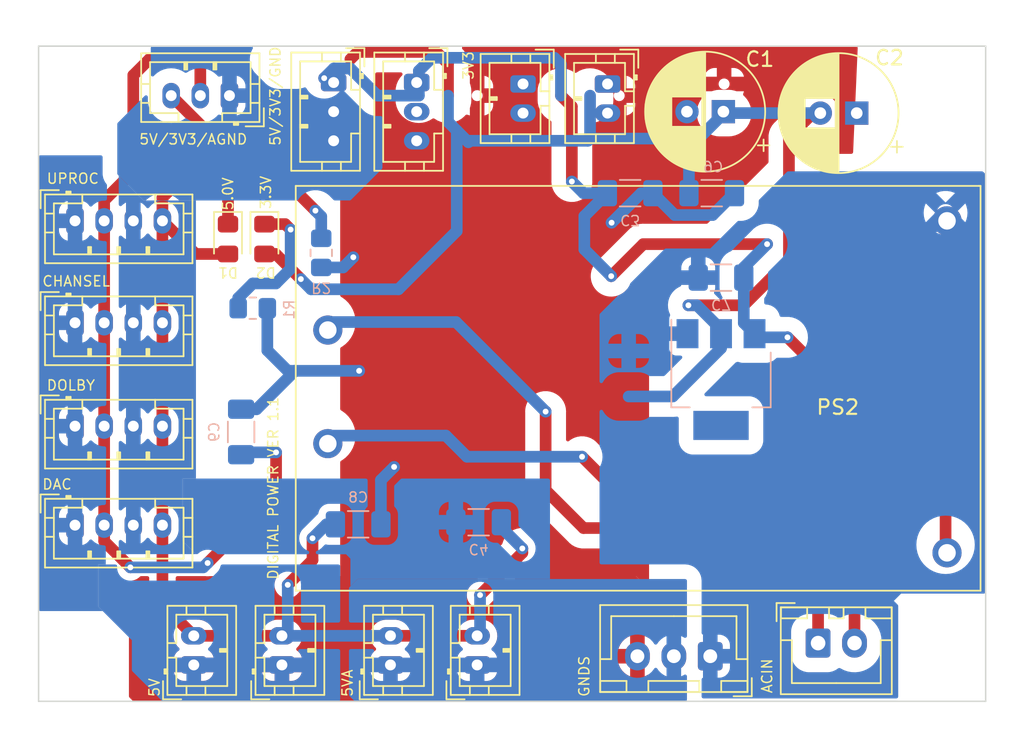
<source format=kicad_pcb>
(kicad_pcb (version 20221018) (generator pcbnew)
  (layers (0 "F.Cu" signal) (31 "B.Cu" signal) (34 "B.Paste" user) (35 "F.Paste" user) (36 "B.SilkS" user "B.Silkscreen") (37 "F.SilkS" user "F.Silkscreen") (38 "B.Mask" user) (39 "F.Mask" user) (44 "Edge.Cuts" user))
  (net 0 "")
  (net 1 "5V")
  (net 2 "VNEG")
  (net 3 "VIN")
  (net 4 "3V3")
  (net 5 "Net-(D1-K)")
  (net 6 "Net-(D2-K)")
  (net 7 "AGND")
  (net 8 "GND")
  (net 9 "PGND")
  (footprint "Connector_JST:JST_PH_B4B-PH-K_1x04_P2.00mm_Vertical" (layer "F.Cu") (at 122.5 82)
    (fp_text reference "J5" hide)
    (fp_text value "DAC")
    (pad "1" thru_hole roundrect (at 0 0) (size 1.2 1.75) (drill 0.75) (layers "*.Cu" "*.Mask") (roundrect_rratio 0.208333) (net 8 "GND"))
    (pad "2" thru_hole oval (at 2 0) (size 1.2 1.75) (drill 0.75) (layers "*.Cu" "*.Mask") (net 4 "3V3"))
    (pad "3" thru_hole oval (at 4 0) (size 1.2 1.75) (drill 0.75) (layers "*.Cu" "*.Mask") (net 7 "AGND"))
    (pad "4" thru_hole oval (at 6 0) (size 1.2 1.75) (drill 0.75) (layers "*.Cu" "*.Mask") (net 1 "5V"))
  )
  (footprint "Connector_JST:JST_PH_B3B-PH-K_1x03_P2.00mm_Vertical" (layer "F.Cu") (at 133.1 73.4 180)
    (fp_text reference "J9" hide)
    (fp_text value "COMPAT")
    (pad "1" thru_hole roundrect (at 0 0 180) (size 1.2 1.75) (drill 0.75) (layers "*.Cu" "*.Mask") (roundrect_rratio 0.208333) (net 7 "AGND"))
    (pad "2" thru_hole oval (at 2 0 180) (size 1.2 1.75) (drill 0.75) (layers "*.Cu" "*.Mask") (net 4 "3V3"))
    (pad "3" thru_hole oval (at 4 0 180) (size 1.2 1.75) (drill 0.75) (layers "*.Cu" "*.Mask") (net 1 "5V"))
  )
  (footprint "Connector_JST:JST_PH_B4B-PH-K_1x04_P2.00mm_Vertical" (layer "F.Cu") (at 122.5 89)
    (fp_text reference "J3" hide)
    (fp_text value "CHANSEL")
    (pad "1" thru_hole roundrect (at 0 0) (size 1.2 1.75) (drill 0.75) (layers "*.Cu" "*.Mask") (roundrect_rratio 0.208333) (net 8 "GND"))
    (pad "2" thru_hole oval (at 2 0) (size 1.2 1.75) (drill 0.75) (layers "*.Cu" "*.Mask") (net 4 "3V3"))
    (pad "3" thru_hole oval (at 4 0) (size 1.2 1.75) (drill 0.75) (layers "*.Cu" "*.Mask") (net 7 "AGND"))
    (pad "4" thru_hole oval (at 6 0) (size 1.2 1.75) (drill 0.75) (layers "*.Cu" "*.Mask") (net 1 "5V"))
  )
  (footprint "Capacitor_THT:CP_Radial_D8.0mm_P2.50mm" (layer "F.Cu") (at 176.152651 74.6 180)
    (fp_text reference "C2" (at -2.247349 3.8 180) (layer "F.SilkS"))
    (fp_text value "10U")
    (pad "1" thru_hole rect (at 0 0 180) (size 1.6 1.6) (drill 0.8) (layers "*.Cu" "*.Mask") (net 1 "5V"))
    (pad "2" thru_hole circle (at 2.5 0 180) (size 1.6 1.6) (drill 0.8) (layers "*.Cu" "*.Mask") (net 7 "AGND"))
  )
  (footprint "LED_SMD:LED_0805_2012Metric_Pad1.15x1.40mm_HandSolder" (layer "F.Cu") (at 135.5 83.25 -90)
    (fp_text reference "D2" (at 2.3 -0.1 -180 unlocked) (layer "F.SilkS") (effects (font (size 0.7 0.7) (thickness 0.1))))
    (fp_text value "WHITE")
    (pad "1" smd roundrect (at -1.025 0 270) (size 1.15 1.4) (layers "F.Cu" "F.Paste" "F.Mask") (roundrect_rratio 0.2173913043) (net 6 "Net-(D2-K)"))
    (pad "2" smd roundrect (at 1.025 0 270) (size 1.15 1.4) (layers "F.Cu" "F.Paste" "F.Mask") (roundrect_rratio 0.2173913043) (net 4 "3V3"))
  )
  (footprint "MountingHole:MountingHole_3.2mm_M3" (layer "F.Cu") (at 182.5 72.5)
    (fp_text reference "H1" hide)
    (fp_text value "MountingHole")
    (pad "" np_thru_hole circle (at 0 0) (size 3.2 3.2) (drill 3.2) (layers "*.Cu" "*.Mask"))
  )
  (footprint "Connector_JST:JST_PH_B4B-PH-K_1x04_P2.00mm_Vertical" (layer "F.Cu") (at 122.5 96.1)
    (fp_text reference "J4" hide)
    (fp_text value "DOLBY")
    (pad "1" thru_hole roundrect (at 0 0) (size 1.2 1.75) (drill 0.75) (layers "*.Cu" "*.Mask") (roundrect_rratio 0.208333) (net 8 "GND"))
    (pad "2" thru_hole oval (at 2 0) (size 1.2 1.75) (drill 0.75) (layers "*.Cu" "*.Mask") (net 4 "3V3"))
    (pad "3" thru_hole oval (at 4 0) (size 1.2 1.75) (drill 0.75) (layers "*.Cu" "*.Mask") (net 7 "AGND"))
    (pad "4" thru_hole oval (at 6 0) (size 1.2 1.75) (drill 0.75) (layers "*.Cu" "*.Mask") (net 1 "5V"))
  )
  (footprint "MountingHole:MountingHole_3.2mm_M3" (layer "F.Cu") (at 122.5 112.5)
    (fp_text reference "H2" hide)
    (fp_text value "MountingHole")
    (pad "" np_thru_hole circle (at 0 0) (size 3.2 3.2) (drill 3.2) (layers "*.Cu" "*.Mask"))
  )
  (footprint "Components:HLK-10M05" (layer "F.Cu") (at 162.15 91.7)
    (fp_text reference "PS2" (at 12.7 3.1 unlocked) (layer "F.SilkS"))
    (fp_text value "HLK-10M05")
    (pad "1" thru_hole circle (at -22.3 -2.2) (size 2 2) (drill 1.2) (layers "*.Cu" "*.Mask") (net 3 "VIN"))
    (pad "2" thru_hole circle (at -22.3 5.6) (size 2 2) (drill 1.2) (layers "*.Cu" "*.Mask") (net 2 "VNEG"))
    (pad "3" thru_hole circle (at 20.2 -9.7) (size 2 2) (drill 1.2) (layers "*.Cu" "*.Mask") (net 9 "PGND"))
    (pad "4" thru_hole circle (at 20.2 13.1) (size 2 2) (drill 1.2) (layers "*.Cu" "*.Mask") (net 1 "5V"))
  )
  (footprint "Connector_JST:JST_PH_B4B-PH-K_1x04_P2.00mm_Vertical" (layer "F.Cu") (at 122.5 102.9)
    (fp_text reference "J6" hide)
    (fp_text value "UPRO")
    (pad "1" thru_hole roundrect (at 0 0) (size 1.2 1.75) (drill 0.75) (layers "*.Cu" "*.Mask") (roundrect_rratio 0.208333) (net 8 "GND"))
    (pad "2" thru_hole oval (at 2 0) (size 1.2 1.75) (drill 0.75) (layers "*.Cu" "*.Mask") (net 4 "3V3"))
    (pad "3" thru_hole oval (at 4 0) (size 1.2 1.75) (drill 0.75) (layers "*.Cu" "*.Mask") (net 7 "AGND"))
    (pad "4" thru_hole oval (at 6 0) (size 1.2 1.75) (drill 0.75) (layers "*.Cu" "*.Mask") (net 1 "5V"))
  )
  (footprint "Connector_JST:JST_PH_B2B-PH-K_1x02_P2.00mm_Vertical" (layer "F.Cu") (at 150.1 112.5 90)
    (fp_text reference "DIG5" hide)
    (fp_text value "Conn_01x02_Male")
    (pad "1" thru_hole roundrect (at 0 0 90) (size 1.2 1.75) (drill 0.75) (layers "*.Cu" "*.Mask") (roundrect_rratio 0.2083333333) (net 7 "AGND"))
    (pad "2" thru_hole oval (at 2 0 90) (size 1.2 1.75) (drill 0.75) (layers "*.Cu" "*.Mask") (net 1 "5V"))
  )
  (footprint "LED_SMD:LED_0805_2012Metric_Pad1.15x1.40mm_HandSolder" (layer "F.Cu") (at 133 83.25 -90)
    (fp_text reference "D1" (at 2.3 0 -180 unlocked) (layer "F.SilkS") (effects (font (size 0.7 0.7) (thickness 0.1))))
    (fp_text value "BLUE")
    (pad "1" smd roundrect (at -1.025 0 270) (size 1.15 1.4) (layers "F.Cu" "F.Paste" "F.Mask") (roundrect_rratio 0.2173913043) (net 5 "Net-(D1-K)"))
    (pad "2" smd roundrect (at 1.025 0 270) (size 1.15 1.4) (layers "F.Cu" "F.Paste" "F.Mask") (roundrect_rratio 0.2173913043) (net 1 "5V"))
  )
  (footprint "MountingHole:MountingHole_3.2mm_M3" (layer "F.Cu") (at 122.5 72.5)
    (fp_text reference "H4" hide)
    (fp_text value "MountingHole")
    (pad "" np_thru_hole circle (at 0 0) (size 3.2 3.2) (drill 3.2) (layers "*.Cu" "*.Mask"))
  )
  (footprint "Connector_JST:JST_PH_B2B-PH-K_1x02_P2.00mm_Vertical" (layer "F.Cu") (at 136.7 112.5 90)
    (fp_text reference "DIG2" hide)
    (fp_text value "Conn_01x02_Male")
    (pad "1" thru_hole roundrect (at 0 0 90) (size 1.2 1.75) (drill 0.75) (layers "*.Cu" "*.Mask") (roundrect_rratio 0.208333) (net 8 "GND"))
    (pad "2" thru_hole oval (at 2 0 90) (size 1.2 1.75) (drill 0.75) (layers "*.Cu" "*.Mask") (net 1 "5V"))
  )
  (footprint "Connector_JST:JST_XH_B3B-XH-A_1x03_P2.50mm_Vertical" (layer "F.Cu") (at 166.1 111.9 180)
    (fp_text reference "J2" hide)
    (fp_text value "GROUNDS")
    (pad "1" thru_hole roundrect (at 0 0 180) (size 1.7 1.95) (drill 0.95) (layers "*.Cu" "*.Mask") (roundrect_rratio 0.147059) (net 9 "PGND"))
    (pad "2" thru_hole oval (at 2.5 0 180) (size 1.7 1.95) (drill 0.95) (layers "*.Cu" "*.Mask") (net 7 "AGND"))
    (pad "3" thru_hole oval (at 5 0 180) (size 1.7 1.95) (drill 0.95) (layers "*.Cu" "*.Mask") (net 8 "GND"))
  )
  (footprint "Connector_JST:JST_PH_B2B-PH-K_1x02_P2.00mm_Vertical" (layer "F.Cu") (at 130.65 112.5 90)
    (fp_text reference "DIG1" hide)
    (fp_text value "Conn_01x02_Male")
    (pad "1" thru_hole roundrect (at 0 0 90) (size 1.2 1.75) (drill 0.75) (layers "*.Cu" "*.Mask") (roundrect_rratio 0.208333) (net 8 "GND"))
    (pad "2" thru_hole oval (at 2 0 90) (size 1.2 1.75) (drill 0.75) (layers "*.Cu" "*.Mask") (net 1 "5V"))
  )
  (footprint "Connector_JST:JST_PH_B2B-PH-K_1x02_P2.00mm_Vertical" (layer "F.Cu") (at 144.15 112.5 90)
    (fp_text reference "DIG7" hide)
    (fp_text value "Conn_01x02_Male")
    (pad "1" thru_hole roundrect (at 0 0 90) (size 1.2 1.75) (drill 0.75) (layers "*.Cu" "*.Mask") (roundrect_rratio 0.2083333333) (net 7 "AGND"))
    (pad "2" thru_hole oval (at 2 0 90) (size 1.2 1.75) (drill 0.75) (layers "*.Cu" "*.Mask") (net 1 "5V"))
  )
  (footprint "Connector_JST:JST_PH_B2B-PH-K_1x02_P2.00mm_Vertical" (layer "F.Cu") (at 153.25 72.6 -90)
    (fp_text reference "DIG6" hide)
    (fp_text value "Conn_01x02_Male")
    (pad "1" thru_hole roundrect (at 0 0 270) (size 1.2 1.75) (drill 0.75) (layers "*.Cu" "*.Mask") (roundrect_rratio 0.2083333333) (net 8 "GND"))
    (pad "2" thru_hole oval (at 2 0 270) (size 1.2 1.75) (drill 0.75) (layers "*.Cu" "*.Mask") (net 4 "3V3"))
  )
  (footprint "Connector_JST:JST_XH_B2B-XH-A_1x02_P2.50mm_Vertical" (layer "F.Cu") (at 173.5 111)
    (fp_text reference "J1" hide)
    (fp_text value "Conn_01x02_Male" hide)
    (pad "1" thru_hole roundrect (at 0 0) (size 1.7 2) (drill 1) (layers "*.Cu" "*.Mask") (roundrect_rratio 0.1470588235) (net 3 "VIN"))
    (pad "2" thru_hole oval (at 2.5 0) (size 1.7 2) (drill 1) (layers "*.Cu" "*.Mask") (net 2 "VNEG"))
  )
  (footprint "Capacitor_THT:CP_Radial_D8.0mm_P2.50mm" (layer "F.Cu") (at 167 74.5 180)
    (fp_text reference "C1" (at -2.5 3.6) (layer "F.SilkS"))
    (fp_text value "10U")
    (pad "1" thru_hole rect (at 0 0 180) (size 1.6 1.6) (drill 0.8) (layers "*.Cu" "*.Mask") (net 4 "3V3"))
    (pad "2" thru_hole circle (at 2.5 0 180) (size 1.6 1.6) (drill 0.8) (layers "*.Cu" "*.Mask") (net 9 "PGND"))
  )
  (footprint "Connector_JST:JST_PH_B3B-PH-K_1x03_P2.00mm_Vertical" (layer "F.Cu") (at 145.95 72.5 -90)
    (fp_text reference "J7" hide)
    (fp_text value "COMPAT")
    (pad "1" thru_hole roundrect (at 0 0 270) (size 1.2 1.75) (drill 0.75) (layers "*.Cu" "*.Mask") (roundrect_rratio 0.208333) (net 8 "GND"))
    (pad "2" thru_hole oval (at 2 0 270) (size 1.2 1.75) (drill 0.75) (layers "*.Cu" "*.Mask") (net 4 "3V3"))
    (pad "3" thru_hole oval (at 4 0 270) (size 1.2 1.75) (drill 0.75) (layers "*.Cu" "*.Mask") (net 1 "5V"))
  )
  (footprint "MountingHole:MountingHole_3.2mm_M3" (layer "F.Cu") (at 182.5 112.5)
    (fp_text reference "H3" hide)
    (fp_text value "MountingHole")
    (pad "" np_thru_hole circle (at 0 0) (size 3.2 3.2) (drill 3.2) (layers "*.Cu" "*.Mask"))
  )
  (footprint "Connector_JST:JST_PH_B3B-PH-K_1x03_P2.00mm_Vertical" (layer "F.Cu") (at 140.25 72.5 -90)
    (fp_text reference "J8" hide)
    (fp_text value "COMPAT")
    (pad "1" thru_hole roundrect (at 0 0 270) (size 1.2 1.75) (drill 0.75) (layers "*.Cu" "*.Mask") (roundrect_rratio 0.208333) (net 8 "GND"))
    (pad "2" thru_hole oval (at 2 0 270) (size 1.2 1.75) (drill 0.75) (layers "*.Cu" "*.Mask") (net 4 "3V3"))
    (pad "3" thru_hole oval (at 4 0 270) (size 1.2 1.75) (drill 0.75) (layers "*.Cu" "*.Mask") (net 1 "5V"))
  )
  (footprint "Connector_JST:JST_PH_B2B-PH-K_1x02_P2.00mm_Vertical" (layer "F.Cu") (at 159.05 72.6 -90)
    (fp_text reference "DIG4" hide)
    (fp_text value "Conn_01x02_Male")
    (pad "1" thru_hole roundrect (at 0 0 270) (size 1.2 1.75) (drill 0.75) (layers "*.Cu" "*.Mask") (roundrect_rratio 0.2083333333) (net 8 "GND"))
    (pad "2" thru_hole oval (at 2 0 270) (size 1.2 1.75) (drill 0.75) (layers "*.Cu" "*.Mask") (net 4 "3V3"))
  )
  (footprint "Capacitor_SMD:C_1206_3216Metric_Pad1.33x1.80mm_HandSolder" (layer "B.Cu") (at 150.2 102.7)
    (fp_text reference "C4" (at 0 1.85 -180 unlocked) (layer "B.SilkS") (effects (font (size 0.7 0.7) (thickness 0.1)) (justify mirror)))
    (fp_text value "10u")
    (pad "1" smd roundrect (at -1.5625 0) (size 1.325 1.8) (layers "B.Cu" "B.Paste" "B.Mask") (roundrect_rratio 0.1886792453) (net 7 "AGND"))
    (pad "2" smd roundrect (at 1.5625 0) (size 1.325 1.8) (layers "B.Cu" "B.Paste" "B.Mask") (roundrect_rratio 0.1886792453) (net 1 "5V"))
  )
  (footprint "Package_TO_SOT_SMD:SOT-223" (layer "B.Cu") (at 166.8375 92.9 -90)
    (fp_text reference "U1" hide)
    (fp_text value "AZ1117-3.3")
    (pad "1" smd rect (at -3.15 2.3 270) (size 2 1.5) (layers "B.Cu" "B.Paste" "B.Mask") (net 9 "PGND"))
    (pad "2" smd rect (at -3.15 0 270) (size 2 1.5) (layers "B.Cu" "B.Paste" "B.Mask") (net 4 "3V3"))
    (pad "3" smd rect (at -3.15 -2.3 270) (size 2 1.5) (layers "B.Cu" "B.Paste" "B.Mask") (net 1 "5V"))
    (pad "4" smd rect (at 3.15 0 270) (size 2 3.8) (layers "B.Cu" "B.Paste" "B.Mask"))
  )
  (footprint "Resistor_SMD:R_0805_2012Metric_Pad1.20x1.40mm_HandSolder" (layer "B.Cu") (at 134.7 88)
    (fp_text reference "R1" (at 2.5 0.1 90 unlocked) (layer "B.SilkS") (effects (font (size 0.7 0.7) (thickness 0.1)) (justify mirror)))
    (fp_text value "510R")
    (pad "1" smd roundrect (at -1 0) (size 1.2 1.4) (layers "B.Cu" "B.Paste" "B.Mask") (roundrect_rratio 0.2083333333) (net 6 "Net-(D2-K)"))
    (pad "2" smd roundrect (at 1 0) (size 1.2 1.4) (layers "B.Cu" "B.Paste" "B.Mask") (roundrect_rratio 0.2083333333) (net 8 "GND"))
  )
  (footprint "Capacitor_SMD:C_1206_3216Metric_Pad1.33x1.80mm_HandSolder" (layer "B.Cu") (at 160.6 80.1)
    (fp_text reference "C3" (at 0 1.85 180 unlocked) (layer "B.SilkS") (effects (font (size 0.7 0.7) (thickness 0.1)) (justify mirror)))
    (fp_text value "10U")
    (pad "1" smd roundrect (at -1.5625 0) (size 1.325 1.8) (layers "B.Cu" "B.Paste" "B.Mask") (roundrect_rratio 0.1886792453) (net 1 "5V"))
    (pad "2" smd roundrect (at 1.5625 0) (size 1.325 1.8) (layers "B.Cu" "B.Paste" "B.Mask") (roundrect_rratio 0.1886792453) (net 8 "GND"))
  )
  (footprint "Capacitor_SMD:C_1206_3216Metric_Pad1.33x1.80mm_HandSolder" (layer "B.Cu") (at 166.8375 85.9)
    (fp_text reference "C7" (at 0 1.85 180 unlocked) (layer "B.SilkS") (effects (font (size 0.7 0.7) (thickness 0.1)) (justify mirror)))
    (fp_text value "10u")
    (pad "1" smd roundrect (at -1.5625 0) (size 1.325 1.8) (layers "B.Cu" "B.Paste" "B.Mask") (roundrect_rratio 0.1886792453) (net 9 "PGND"))
    (pad "2" smd roundrect (at 1.5625 0) (size 1.325 1.8) (layers "B.Cu" "B.Paste" "B.Mask") (roundrect_rratio 0.1886792453) (net 1 "5V"))
  )
  (footprint "Capacitor_SMD:C_1206_3216Metric_Pad1.33x1.80mm_HandSolder" (layer "B.Cu") (at 166.2 80.1)
    (fp_text reference "C6" (at 0.1 -1.8 unlocked) (layer "B.SilkS") (effects (font (size 0.7 0.7) (thickness 0.1)) (justify mirror)))
    (fp_text value "10U")
    (pad "1" smd roundrect (at -1.5625 0) (size 1.325 1.8) (layers "B.Cu" "B.Paste" "B.Mask") (roundrect_rratio 0.1886792453) (net 4 "3V3"))
    (pad "2" smd roundrect (at 1.5625 0) (size 1.325 1.8) (layers "B.Cu" "B.Paste" "B.Mask") (roundrect_rratio 0.1886792453) (net 8 "GND"))
  )
  (footprint "Capacitor_SMD:C_1206_3216Metric_Pad1.33x1.80mm_HandSolder" (layer "B.Cu") (at 133.9 96.5 -90)
    (fp_text reference "C9" (at 0 1.85 -270 unlocked) (layer "B.SilkS") (effects (font (size 0.7 0.7) (thickness 0.1)) (justify mirror)))
    (fp_text value "10u")
    (pad "1" smd roundrect (at -1.5625 0 270) (size 1.325 1.8) (layers "B.Cu" "B.Paste" "B.Mask") (roundrect_rratio 0.1886792453) (net 8 "GND"))
    (pad "2" smd roundrect (at 1.5625 0 270) (size 1.325 1.8) (layers "B.Cu" "B.Paste" "B.Mask") (roundrect_rratio 0.1886792453) (net 4 "3V3"))
  )
  (footprint "Capacitor_SMD:C_1206_3216Metric_Pad1.33x1.80mm_HandSolder" (layer "B.Cu") (at 141.933027 102.842956 180)
    (fp_text reference "C8" (at 0 1.85 unlocked) (layer "B.SilkS") (effects (font (size 0.7 0.7) (thickness 0.1)) (justify mirror)))
    (fp_text value "10u")
    (pad "1" smd roundrect (at -1.5625 0 180) (size 1.325 1.8) (layers "B.Cu" "B.Paste" "B.Mask") (roundrect_rratio 0.1886792453) (net 8 "GND"))
    (pad "2" smd roundrect (at 1.5625 0 180) (size 1.325 1.8) (layers "B.Cu" "B.Paste" "B.Mask") (roundrect_rratio 0.1886792453) (net 1 "5V"))
  )
  (footprint "Resistor_SMD:R_0805_2012Metric_Pad1.20x1.40mm_HandSolder" (layer "B.Cu") (at 139.4 84.2 -90)
    (fp_text reference "R2" (at 2.4 0 -180 unlocked) (layer "B.SilkS") (effects (font (size 0.7 0.7) (thickness 0.1)) (justify mirror)))
    (fp_text value "750R")
    (pad "1" smd roundrect (at -1 0 270) (size 1.2 1.4) (layers "B.Cu" "B.Paste" "B.Mask") (roundrect_rratio 0.2083333333) (net 5 "Net-(D1-K)"))
    (pad "2" smd roundrect (at 1 0 270) (size 1.2 1.4) (layers "B.Cu" "B.Paste" "B.Mask") (roundrect_rratio 0.2083333333) (net 8 "GND"))
  )
  (gr_line (start 120 70) (end 120 115) (stroke (width 0.1)) (layer "Edge.Cuts"))
  (gr_line (start 185 70) (end 120 70) (stroke (width 0.1)) (layer "Edge.Cuts"))
  (gr_line (start 185 70) (end 185 115) (stroke (width 0.1)) (layer "Edge.Cuts"))
  (gr_line (start 120 115) (end 185 115) (stroke (width 0.1)) (layer "Edge.Cuts"))
  (gr_text "5V/3V3/AGND" (at 126.85 76.4) (layer "F.SilkS") (effects (font (size 0.7 0.7) (thickness 0.1)) (justify left)))
  (gr_text "5V/3V3/GND" (at 136.25 76.9 90) (layer "F.SilkS") (effects (font (size 0.7 0.7) (thickness 0.1)) (justify left)))
  (gr_text "ACIN" (at 170 114.5 90) (layer "F.SilkS") (effects (font (size 0.7 0.7) (thickness 0.1)) (justify left)))
  (gr_text "DOLBY" (at 120.5 93.3) (layer "F.SilkS") (effects (font (size 0.7 0.7) (thickness 0.1)) (justify left)))
  (gr_text "5.0V" (at 133 78.95 90) (layer "F.SilkS") (effects (font (size 0.7 0.7) (thickness 0.1)) (justify right)))
  (gr_text "UPROC" (at 120.5 79.1) (layer "F.SilkS") (effects (font (size 0.7 0.7) (thickness 0.1)) (justify left)))
  (gr_text "DIGITAL POWER VER 1.1" (at 136.1 106.7 90) (layer "F.SilkS") (effects (font (size 0.7 0.7) (thickness 0.1)) (justify left)))
  (gr_text "3.3V" (at 135.6 78.85 90) (layer "F.SilkS") (effects (font (size 0.7 0.7) (thickness 0.1)) (justify right)))
  (gr_text "GNDS\n" (at 157.45 114.75 90) (layer "F.SilkS") (effects (font (size 0.7 0.7) (thickness 0.1)) (justify left)))
  (gr_text "3V3" (at 149.5 70.3 90) (layer "F.SilkS") (effects (font (size 0.7 0.7) (thickness 0.1)) (justify right)))
  (gr_text "5VA" (at 141.2 114.75 90) (layer "F.SilkS") (effects (font (size 0.7 0.7) (thickness 0.1)) (justify left)))
  (gr_text "CHANSEL\n" (at 120.2 86.15) (layer "F.SilkS") (effects (font (size 0.7 0.7) (thickness 0.1)) (justify left)))
  (gr_text "5V" (at 127.95 114.75 90) (layer "F.SilkS") (effects (font (size 0.7 0.7) (thickness 0.1)) (justify left)))
  (gr_text "DAC" (at 120.2 100.1) (layer "F.SilkS") (effects (font (size 0.7 0.7) (thickness 0.1)) (justify left)))
  (segment (start 130.775 84.275) (end 128.5 82) (width 0.8) (layer "F.Cu") (net 1))
  (segment (start 156.6 74.15) (end 155.85 73.4) (width 0.8) (layer "F.Cu") (net 1))
  (segment (start 156.6 79.3) (end 156.6 74.15) (width 0.8) (layer "F.Cu") (net 1))
  (segment (start 128.5 108.35) (end 128.5 102.9) (width 0.8) (layer "F.Cu") (net 1))
  (segment (start 182.25 100.85) (end 171.4 90) (width 0.8) (layer "F.Cu") (net 1))
  (segment (start 129.1 73.4) (end 132.3 76.6) (width 0.8) (layer "F.Cu") (net 1))
  (segment (start 161.5 83.6) (end 159.3 85.8) (width 0.8) (layer "F.Cu") (net 1))
  (segment (start 144.15 110.5) (end 150.1 110.5) (width 0.8) (layer "F.Cu") (net 1))
  (segment (start 132.3 76.6) (end 135.2 76.6) (width 0.8) (layer "F.Cu") (net 1))
  (segment (start 130.65 110.5) (end 128.5 108.35) (width 0.8) (layer "F.Cu") (net 1))
  (segment (start 182.25 104.25) (end 182.25 100.85) (width 0.8) (layer "F.Cu") (net 1))
  (segment (start 133 84.275) (end 130.775 84.275) (width 0.8) (layer "F.Cu") (net 1))
  (segment (start 136.7 110.5) (end 130.65 110.5) (width 0.8) (layer "F.Cu") (net 1))
  (segment (start 128.5 89) (end 128.5 95) (width 0.8) (layer "F.Cu") (net 1))
  (segment (start 170 83.6) (end 161.5 83.6) (width 0.8) (layer "F.Cu") (net 1))
  (segment (start 153.2 104.8) (end 150.3 107.7) (width 0.8) (layer "F.Cu") (net 1))
  (segment (start 138.8 103.8) (end 138.8 105.3) (width 0.8) (layer "F.Cu") (net 1))
  (segment (start 128.5 82) (end 128.5 80.4) (width 0.8) (layer "F.Cu") (net 1))
  (segment (start 128.5 82) (end 128.5 89) (width 0.8) (layer "F.Cu") (net 1))
  (segment (start 138.8 105.3) (end 137.1 107) (width 0.8) (layer "F.Cu") (net 1))
  (segment (start 128.5 80.4) (end 132.3 76.6) (width 0.8) (layer "F.Cu") (net 1))
  (segment (start 128.5 95) (end 128.5 96.1) (width 0.8) (layer "F.Cu") (net 1))
  (segment (start 128.5 95) (end 128.5 102.9) (width 0.8) (layer "F.Cu") (net 1))
  (segment (start 153.2 104.5) (end 153.2 104.8) (width 0.8) (layer "F.Cu") (net 1))
  (via (at 156.6 79.3) (size 0.8) (drill 0.4) (layers "F.Cu" "B.Cu") (net 1))
  (via (at 170 83.6) (size 0.8) (drill 0.4) (layers "F.Cu" "B.Cu") (net 1))
  (via (at 159.3 85.8) (size 0.8) (drill 0.4) (layers "F.Cu" "B.Cu") (net 1))
  (via (at 150.3 107.7) (size 0.8) (drill 0.4) (layers "F.Cu" "B.Cu") (net 1))
  (via (at 137.1 107) (size 0.8) (drill 0.4) (layers "F.Cu" "B.Cu") (net 1))
  (via (at 153.2 104.5) (size 0.8) (drill 0.4) (layers "F.Cu" "B.Cu") (net 1))
  (via (at 171.4 90) (size 0.8) (drill 0.4) (layers "F.Cu" "B.Cu") (net 1))
  (via (at 138.8 103.8) (size 0.8) (drill 0.4) (layers "F.Cu" "B.Cu") (net 1))
  (segment (start 168.4 85.2) (end 170 83.6) (width 0.8) (layer "B.Cu") (net 1))
  (segment (start 159.3 85.8) (end 157.457107 83.957107) (width 0.8) (layer "B.Cu") (net 1))
  (segment (start 168.4 85.9) (end 168.4 89.0125) (width 0.8) (layer "B.Cu") (net 1))
  (segment (start 159.0375 80.1) (end 157.4 80.1) (width 0.8) (layer "B.Cu") (net 1))
  (segment (start 140.370527 102.842956) (end 139.757044 102.842956) (width 0.8) (layer "B.Cu") (net 1))
  (segment (start 157.457107 81.680393) (end 159.0375 80.1) (width 0.8) (layer "B.Cu") (net 1))
  (segment (start 144.15 110.5) (end 136.7 110.5) (width 0.8) (layer "B.Cu") (net 1))
  (segment (start 137.1 107) (end 137.1 110.1) (width 0.8) (layer "B.Cu") (net 1))
  (segment (start 157.4 80.1) (end 156.6 79.3) (width 0.8) (layer "B.Cu") (net 1))
  (segment (start 151.7625 103.0625) (end 153.2 104.5) (width 0.8) (layer "B.Cu") (net 1))
  (segment (start 157.457107 83.957107) (end 157.457107 81.680393) (width 0.8) (layer "B.Cu") (net 1))
  (segment (start 168.4 89.0125) (end 169.1375 89.75) (width 0.8) (layer "B.Cu") (net 1))
  (segment (start 168.4 85.9) (end 168.4 85.2) (width 0.8) (layer "B.Cu") (net 1))
  (segment (start 137.1 110.1) (end 136.7 110.5) (width 0.8) (layer "B.Cu") (net 1))
  (segment (start 139.757044 102.842956) (end 138.8 103.8) (width 0.8) (layer "B.Cu") (net 1))
  (segment (start 150.3 107.7) (end 150.3 110.3) (width 0.8) (layer "B.Cu") (net 1))
  (segment (start 171.4 90) (end 169.3875 90) (width 0.8) (layer "B.Cu") (net 1))
  (segment (start 176 105) (end 171.2 100.2) (width 0.8) (layer "F.Cu") (net 2))
  (segment (start 159.3 100.2) (end 157.3 98.2) (width 0.8) (layer "F.Cu") (net 2))
  (segment (start 171.2 100.2) (end 159.3 100.2) (width 0.8) (layer "F.Cu") (net 2))
  (segment (start 176 111) (end 176 105) (width 0.8) (layer "F.Cu") (net 2))
  (via (at 157.3 98.2) (size 0.8) (drill 0.4) (layers "F.Cu" "B.Cu") (net 2))
  (segment (start 157.3 98.2) (end 149.4 98.2) (width 0.8) (layer "B.Cu") (net 2))
  (segment (start 149.4 98.2) (end 147.95 96.75) (width 0.8) (layer "B.Cu") (net 2))
  (segment (start 147.95 96.75) (end 139.75 96.75) (width 0.8) (layer "B.Cu") (net 2))
  (segment (start 173.5 111) (end 173.5 108.7) (width 0.8) (layer "F.Cu") (net 3))
  (segment (start 154.8 100.5) (end 157.4 103.1) (width 0.8) (layer "F.Cu") (net 3))
  (segment (start 167.9 103.1) (end 157.4 103.1) (width 0.8) (layer "F.Cu") (net 3))
  (segment (start 173.5 108.7) (end 167.9 103.1) (width 0.8) (layer "F.Cu") (net 3))
  (segment (start 154.8 100.5) (end 154.8 95.1) (width 0.8) (layer "F.Cu") (net 3))
  (via (at 154.8 95.1) (size 0.8) (drill 0.4) (layers "F.Cu" "B.Cu") (net 3))
  (segment (start 148.65 88.95) (end 139.75 88.95) (width 0.8) (layer "B.Cu") (net 3))
  (segment (start 154.8 95.1) (end 148.65 88.95) (width 0.8) (layer "B.Cu") (net 3))
  (segment (start 131.6 70.9) (end 131.1 71.4) (width 0.8) (layer "F.Cu") (net 4))
  (segment (start 135.5 84.275) (end 136.275 84.275) (width 0.8) (layer "F.Cu") (net 4))
  (segment (start 124.5 82) (end 124.5 89) (width 0.8) (layer "F.Cu") (net 4))
  (segment (start 148.1 73.4) (end 148.1 71.2) (width 0.8) (layer "F.Cu") (net 4))
  (segment (start 171.5 84.7) (end 171.5 76.25) (width 0.8) (layer "F.Cu") (net 4))
  (segment (start 124.5 96.1) (end 124.5 102.9) (width 0.8) (layer "F.Cu") (net 4))
  (segment (start 124.5 82) (end 124.5 80.6) (width 0.8) (layer "F.Cu") (net 4))
  (segment (start 164.6 87.8) (end 168.4 87.8) (width 0.8) (layer "F.Cu") (net 4))
  (segment (start 136.275 84.275) (end 138 86) (width 0.8) (layer "F.Cu") (net 4))
  (segment (start 141.9 70.4) (end 141.4 70.9) (width 0.8) (layer "F.Cu") (net 4))
  (segment (start 168.4 87.8) (end 171.5 84.7) (width 0.8) (layer "F.Cu") (net 4))
  (segment (start 124.5 80.6) (end 126.5 78.6) (width 0.8) (layer "F.Cu") (net 4))
  (segment (start 127.6 70.9) (end 131.6 70.9) (width 0.8) (layer "F.Cu") (net 4))
  (segment (start 147.3 70.4) (end 141.9 70.4) (width 0.8) (layer "F.Cu") (net 4))
  (segment (start 131.1 71.4) (end 131.1 73.4) (width 0.8) (layer "F.Cu") (net 4))
  (segment (start 148.1 71.2) (end 147.3 70.4) (width 0.8) (layer "F.Cu") (net 4))
  (segment (start 124.5 104) (end 126.3 105.8) (width 0.8) (layer "F.Cu") (net 4))
  (segment (start 136.3 100.8) (end 136.3 97.9) (width 0.8) (layer "F.Cu") (net 4))
  (segment (start 124.5 102.9) (end 124.5 104) (width 0.8) (layer "F.Cu") (net 4))
  (segment (start 171.5 76.25) (end 173.05 74.7) (width 0.8) (layer "F.Cu") (net 4))
  (segment (start 131.6 105.5) (end 136.3 100.8) (width 0.8) (layer "F.Cu") (net 4))
  (segment (start 124.5 89) (end 124.5 96.1) (width 0.8) (layer "F.Cu") (net 4))
  (segment (start 126.5 72) (end 127.6 70.9) (width 0.8) (layer "F.Cu") (net 4))
  (segment (start 126.5 78.6) (end 126.5 72) (width 0.8) (layer "F.Cu") (net 4))
  (via (at 136.3 97.9) (size 0.8) (drill 0.4) (layers "F.Cu" "B.Cu") (net 4))
  (via (at 164.6 87.8) (size 0.8) (drill 0.4) (layers "F.Cu" "B.Cu") (net 4))
  (via (at 138 86) (size 0.8) (drill 0.4) (layers "F.Cu" "B.Cu") (net 4))
  (via (at 131.6 105.5) (size 0.8) (drill 0.4) (layers "F.Cu" "B.Cu") (net 4))
  (via (at 126.3 105.8) (size 0.8) (drill 0.4) (layers "F.Cu" "B.Cu") (net 4))
  (segment (start 164.6 76.35) (end 157.85 76.35) (width 0.8) (layer "B.Cu") (net 4))
  (segment (start 149.6 76.5) (end 149.5 76.6) (width 0.8) (layer "B.Cu") (net 4))
  (segment (start 157.85 76.35) (end 157.7 76.5) (width 0.8) (layer "B.Cu") (net 4))
  (segment (start 165.3 76.35) (end 164.6 76.35) (width 0.8) (layer "B.Cu") (net 4))
  (segment (start 126.3 105.8) (end 131.3 105.8) (width 0.8) (layer "B.Cu") (net 4))
  (segment (start 148.7 82.7) (end 148.7 75.8) (width 0.8) (layer "B.Cu") (net 4))
  (segment (start 138.7 86.7) (end 144.7 86.7) (width 0.8) (layer "B.Cu") (net 4))
  (segment (start 166.8375 89.451472) (end 165.186028 87.8) (width 0.8) (layer "B.Cu") (net 4))
  (segment (start 136.3 97.9) (end 134.0625 97.9) (width 0.8) (layer "B.Cu") (net 4))
  (segment (start 138 86) (end 138.7 86.7) (width 0.8) (layer "B.Cu") (net 4))
  (segment (start 166.8375 90.75) (end 163.525 94.0625) (width 0.8) (layer "B.Cu") (net 4))
  (segment (start 163.525 94.0625) (end 160.5 94.0625) (width 0.8) (layer "B.Cu") (net 4))
  (segment (start 167.05 74.6) (end 172.95 74.6) (width 0.8) (layer "B.Cu") (net 4))
  (segment (start 165.186028 87.8) (end 164.6 87.8) (width 0.8) (layer "B.Cu") (net 4))
  (segment (start 166.8375 89.75) (end 166.8375 90.75) (width 0.8) (layer "B.Cu") (net 4))
  (segment (start 149.5 76.6) (end 148.7 75.8) (width 0.8) (layer "B.Cu") (net 4))
  (segment (start 131.3 105.8) (end 131.6 105.5) (width 0.8) (layer "B.Cu") (net 4))
  (segment (start 164.6375 80.1) (end 164.6375 76.3875) (width 0.8) (layer "B.Cu") (net 4))
  (segment (start 167.05 74.6) (end 165.3 76.35) (width 0.8) (layer "B.Cu") (net 4))
  (segment (start 164.6375 76.3875) (end 164.6 76.35) (width 0.8) (layer "B.Cu") (net 4))
  (segment (start 157.85 73.4) (end 157.85 76.35) (width 0.8) (layer "B.Cu") (net 4))
  (segment (start 148.1 75.2) (end 148.1 73.4) (width 0.8) (layer "B.Cu") (net 4))
  (segment (start 157.7 76.5) (end 149.6 76.5) (width 0.8) (layer "B.Cu") (net 4))
  (segment (start 148.7 75.8) (end 148.1 75.2) (width 0.8) (layer "B.Cu") (net 4))
  (segment (start 144.7 86.7) (end 148.7 82.7) (width 0.8) (layer "B.Cu") (net 4))
  (segment (start 137.4 79.7) (end 133 79.7) (width 0.8) (layer "F.Cu") (net 5))
  (segment (start 133 79.7) (end 133 82.225) (width 0.8) (layer "F.Cu") (net 5))
  (segment (start 139 81.3) (end 137.4 79.7) (width 0.8) (layer "F.Cu") (net 5))
  (via (at 139 81.3) (size 0.8) (drill 0.4) (layers "F.Cu" "B.Cu") (net 5))
  (segment (start 139.4 83.2) (end 139.4 81.7) (width 0.8) (layer "B.Cu") (net 5))
  (segment (start 139.4 81.7) (end 139 81.3) (width 0.8) (layer "B.Cu") (net 5))
  (segment (start 136.925 82.225) (end 137.3 82.6) (width 0.8) (layer "F.Cu") (net 6))
  (segment (start 135.5 82.225) (end 136.925 82.225) (width 0.8) (layer "F.Cu") (net 6))
  (via (at 137.3 82.6) (size 0.8) (drill 0.4) (layers "F.Cu" "B.Cu") (net 6))
  (segment (start 134.7 86.3) (end 133.7 87.3) (width 0.8) (layer "B.Cu") (net 6))
  (segment (start 137.3 85.285786) (end 136.285786 86.3) (width 0.8) (layer "B.Cu") (net 6))
  (segment (start 137.3 82.6) (end 137.3 85.285786) (width 0.8) (layer "B.Cu") (net 6))
  (segment (start 136.285786 86.3) (end 134.7 86.3) (width 0.8) (layer "B.Cu") (net 6))
  (segment (start 133.7 87.3) (end 133.7 88) (width 0.8) (layer "B.Cu") (net 6))
  (via (at 141.6 84.5) (size 0.8) (drill 0.4) (layers "F.Cu" "B.Cu") (net 8))
  (via (at 142 92.3) (size 0.8) (drill 0.4) (layers "F.Cu" "B.Cu") (net 8))
  (via (at 144.4 98.9) (size 0.8) (drill 0.4) (layers "F.Cu" "B.Cu") (net 8))
  (via (at 139.6 72.2) (size 0.8) (drill 0.4) (layers "F.Cu" "B.Cu") (net 8))
  (via (at 159.328553 82.128553) (size 0.8) (drill 0.4) (layers "F.Cu" "B.Cu") (net 8))
  (segment (start 155.85 71.25) (end 155.85 73.4) (width 0.8) (layer "B.Cu") (net 8))
  (segment (start 143.495527 102.842956) (end 143.495527 99.804473) (width 0.8) (layer "B.Cu") (net 8))
  (segment (start 143.495527 99.804473) (end 144.4 98.9) (width 0.8) (layer "B.Cu") (net 8))
  (segment (start 141.4 71.5375) (end 140.2625 71.5375) (width 0.8) (layer "B.Cu") (net 8))
  (segment (start 146.1 71.7) (end 147 70.8) (width 0.8) (layer "B.Cu") (net 8))
  (segment (start 163.6625 81.6) (end 162.1625 80.1) (width 0.8) (layer "B.Cu") (net 8))
  (segment (start 166.2625 81.6) (end 163.6625 81.6) (width 0.8) (layer "B.Cu") (net 8))
  (segment (start 137.1 92.3) (end 137.6 92.3) (width 0.8) (layer "B.Cu") (net 8))
  (segment (start 147 70.8) (end 155.4 70.8) (width 0.8) (layer "B.Cu") (net 8))
  (segment (start 140.9 85.2) (end 141.6 84.5) (width 0.8) (layer "B.Cu") (net 8))
  (segment (start 167.7625 80.1) (end 166.2625 81.6) (width 0.8) (layer "B.Cu") (net 8))
  (segment (start 133.9 94.9375) (end 134.9625 94.9375) (width 0.8) (layer "B.Cu") (net 8))
  (segment (start 146.1 73.4) (end 143.2625 73.4) (width 0.8) (layer "B.Cu") (net 8))
  (segment (start 140.2625 71.5375) (end 139.6 72.2) (width 0.8) (layer "B.Cu") (net 8))
  (segment (start 139.4 85.2) (end 140.9 85.2) (width 0.8) (layer "B.Cu") (net 8))
  (segment (start 137.6 92.3) (end 142 92.3) (width 0.8) (layer "B.Cu") (net 8))
  (segment (start 143.2625 73.4) (end 141.4 71.5375) (width 0.8) (layer "B.Cu") (net 8))
  (segment (start 146.1 73.4) (end 146.1 71.7) (width 0.8) (layer "B.Cu") (net 8))
  (segment (start 155.4 70.8) (end 155.85 71.25) (width 0.8) (layer "B.Cu") (net 8))
  (segment (start 162.1625 80.1) (end 161.357106 80.1) (width 0.8) (layer "B.Cu") (net 8))
  (segment (start 161.357106 80.1) (end 159.328553 82.128553) (width 0.8) (layer "B.Cu") (net 8))
  (segment (start 134.9625 94.9375) (end 137.6 92.3) (width 0.8) (layer "B.Cu") (net 8))
  (segment (start 135.7 90.9) (end 137.1 92.3) (width 0.8) (layer "B.Cu") (net 8))
  (segment (start 135.7 88) (end 135.7 90.9) (width 0.8) (layer "B.Cu") (net 8))
  (zone (net 8) (net_name "GND") (layer "F.Cu") (priority 4) (connect_pads (clearance 1)) (min_thickness 0.25) (fill yes (thermal_gap 0.5) (thermal_bridge_width 1))
    (polygon (pts (xy 175.9 77.4) (xy 170.7 77.4) (xy 161.9 86.2) (xy 161.9 115) (xy 162 115.1) (xy 141.5 115.1) (xy 140.7 114.3) (xy 140.7 79.1) (xy 143.1 76.7) (xy 143.1 68.3) (xy 176.3 68.3)))
  )
  (zone (net 8) (net_name "GND") (layer "F.Cu") (priority 7) (connect_pads (clearance 0.508)) (min_thickness 0.25) (fill yes (thermal_gap 0.5) (thermal_bridge_width 1) (island_removal_mode 1) (island_area_min 10))
    (polygon (pts (xy 162 107.4) (xy 162 115.1) (xy 126.6 115.1) (xy 126.2 114.7) (xy 126.2 106.5) (xy 126.3 106.4) (xy 161 106.4)))
  )
  (zone (net 8) (net_name "GND") (layer "B.Cu") (priority 1) (connect_pads (clearance 0.508)) (min_thickness 0.25) (fill yes (thermal_gap 0.5) (thermal_bridge_width 1))
    (polygon (pts (xy 124.1 105.6) (xy 140.7 105.6) (xy 140.7 115.4) (xy 128.9 115.4) (xy 126.4 112.9) (xy 126.4 110.8) (xy 124.1 108.5)))
  )
  (zone (net 7) (net_name "AGND") (layer "B.Cu") (priority 3) (connect_pads (clearance 1)) (min_thickness 0.25) (fill yes (thermal_gap 0.5) (thermal_bridge_width 1))
    (polygon (pts (xy 125.4 78.8) (xy 125.4 75.3) (xy 127.7 73) (xy 127.7 69.7) (xy 128 69.4) (xy 143.6 69.4) (xy 143.6 78.4) (xy 141.4 80.6) (xy 127.2 80.6)))
  )
  (zone (net 7) (net_name "AGND") (layer "B.Cu") (priority 6) (connect_pads (clearance 0.508)) (min_thickness 0.25) (fill yes (thermal_gap 0.5) (thermal_bridge_width 1))
    (polygon (pts (xy 164.5 106.6) (xy 164.5 115.5) (xy 142.2 115.5) (xy 141.3 114.6) (xy 141.3 107.2) (xy 141.9 106.6)))
  )
  (zone (net 8) (net_name "GND") (layer "B.Cu") (connect_pads (clearance 0.508)) (min_thickness 0.25) (fill yes (thermal_gap 0.5) (thermal_bridge_width 1))
    (polygon (pts (xy 120 77.5) (xy 124.7 77.5) (xy 124.6 108.8) (xy 120 108.8)))
  )
  (zone (net 7) (net_name "AGND") (layer "B.Cu") (priority 2) (connect_pads (clearance 0.508)) (min_thickness 0.25) (fill yes (thermal_gap 0.5) (thermal_bridge_width 1))
    (polygon (pts (xy 129.9 99.7) (xy 155.1 99.7) (xy 155.1 114.9) (xy 154.4 115.6) (xy 142.3 115.6) (xy 141.4 114.7) (xy 141.4 105.2) (xy 141.1 104.9) (xy 130.8 104.9) (xy 129.9 104)))
  )
  (zone (net 9) (net_name "PGND") (layer "B.Cu") (priority 5) (connect_pads (clearance 1)) (min_thickness 0.25) (fill yes (thermal_gap 0.5) (thermal_bridge_width 1))
    (polygon (pts (xy 164.9 114.8) (xy 179 114.8) (xy 179 108.4) (xy 178.7 108.1) (xy 179.2 107.6) (xy 185.7 107.6) (xy 185.7 79.5) (xy 184.8 78.6) (xy 171.4 78.6) (xy 166.1 83.9) (xy 163 83.9) (xy 158.5 88.4) (xy 158.5 108.4)))
  )
  (zone (net 7) (net_name "AGND") (layer "B.Cu") (connect_pads (clearance 0.508)) (min_thickness 0.25) (fill yes (thermal_gap 0.5) (thermal_bridge_width 1))
    (polygon (pts (xy 125.5 77.5) (xy 130.8 77.5) (xy 130.8 104.9) (xy 127.3 104.9) (xy 125.5 104.9)))
  )
)
</source>
